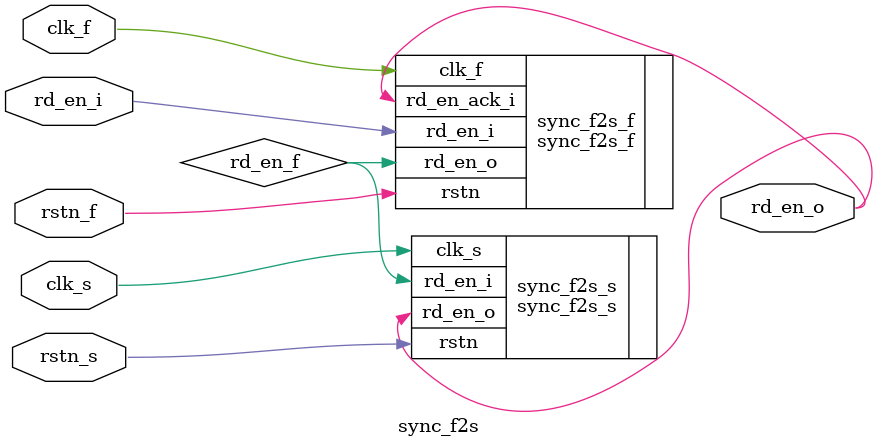
<source format=v>

module sync_f2s(
    clk_f,
    rstn_f,
    clk_s,
    rstn_s,
    rd_en_i,
    rd_en_o
);

//*** PARAMETER *************************************************************************
    // none

//*** INPUT/OUTPUT **********************************************************************

    input       clk_f       ;
    input       rstn_f      ;
    input       clk_s       ;
    input       rstn_s      ;
    input       rd_en_i     ;
    output      rd_en_o     ;

//*** WIRE/REG **************************************************************************

    wire        rd_en_f     ;

//*** MAIN BODY *************************************************************************

    sync_f2s_f sync_f2s_f(
        .clk_f          (clk_f      ),
        .rstn           (rstn_f     ),
        .rd_en_i        (rd_en_i    ),
        .rd_en_ack_i    (rd_en_o    ),
        .rd_en_o        (rd_en_f    )
    );

    sync_f2s_s sync_f2s_s(
        .clk_s          (clk_s      ),
        .rd_en_i        (rd_en_f    ),
        .rd_en_o        (rd_en_o    ),
        .rstn           (rstn_s     )
    );

endmodule
</source>
